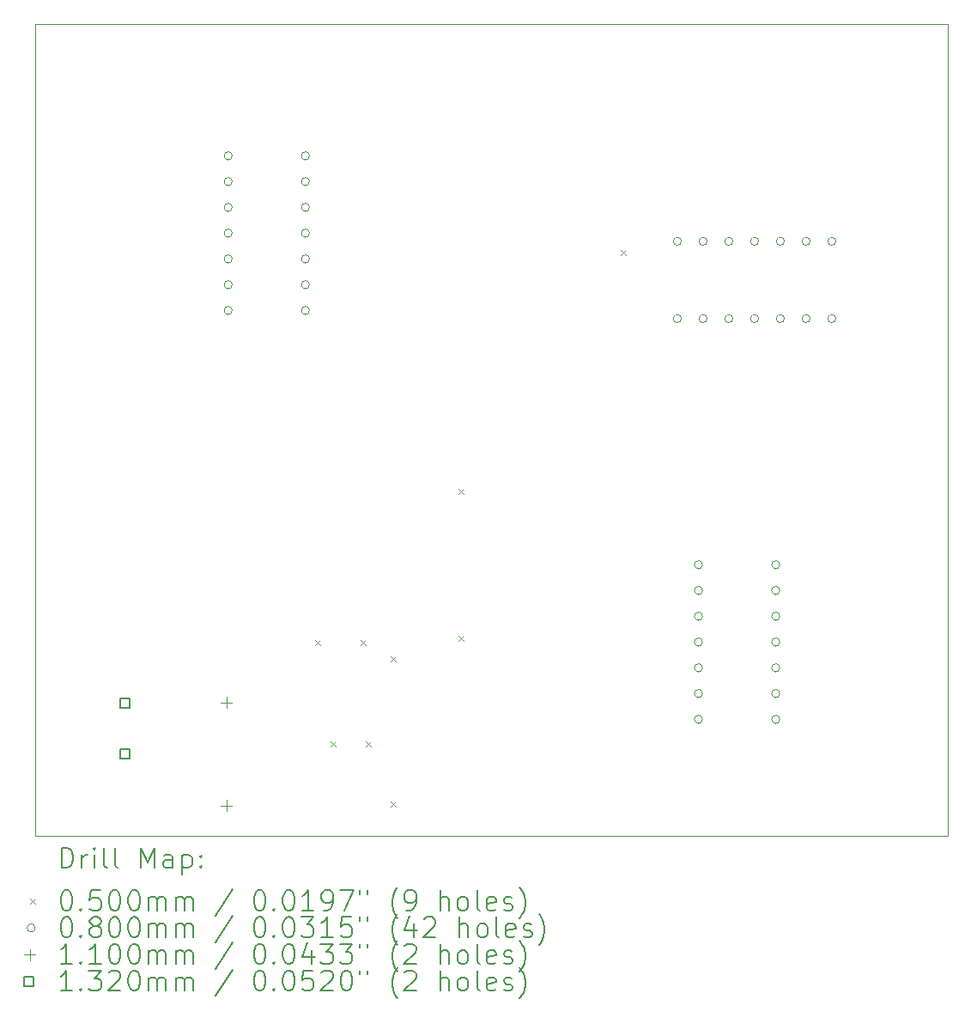
<source format=gbr>
%TF.GenerationSoftware,KiCad,Pcbnew,8.0.5*%
%TF.CreationDate,2024-11-03T20:31:20-06:00*%
%TF.ProjectId,KiCAD_Custom_DRC_Rules_for_PCBWay,4b694341-445f-4437-9573-746f6d5f4452,rev?*%
%TF.SameCoordinates,Original*%
%TF.FileFunction,Drillmap*%
%TF.FilePolarity,Positive*%
%FSLAX45Y45*%
G04 Gerber Fmt 4.5, Leading zero omitted, Abs format (unit mm)*
G04 Created by KiCad (PCBNEW 8.0.5) date 2024-11-03 20:31:20*
%MOMM*%
%LPD*%
G01*
G04 APERTURE LIST*
%ADD10C,0.050000*%
%ADD11C,0.200000*%
%ADD12C,0.100000*%
%ADD13C,0.110000*%
%ADD14C,0.132000*%
G04 APERTURE END LIST*
D10*
X4850000Y-4700000D02*
X13850000Y-4700000D01*
X13850000Y-12700000D01*
X4850000Y-12700000D01*
X4850000Y-4700000D01*
D11*
D12*
X7606500Y-10767000D02*
X7656500Y-10817000D01*
X7656500Y-10767000D02*
X7606500Y-10817000D01*
X7756500Y-11767000D02*
X7806500Y-11817000D01*
X7806500Y-11767000D02*
X7756500Y-11817000D01*
X8056500Y-10767000D02*
X8106500Y-10817000D01*
X8106500Y-10767000D02*
X8056500Y-10817000D01*
X8106500Y-11767000D02*
X8156500Y-11817000D01*
X8156500Y-11767000D02*
X8106500Y-11817000D01*
X8356500Y-10926500D02*
X8406500Y-10976500D01*
X8406500Y-10926500D02*
X8356500Y-10976500D01*
X8356500Y-12358250D02*
X8406500Y-12408250D01*
X8406500Y-12358250D02*
X8356500Y-12408250D01*
X9025000Y-9275000D02*
X9075000Y-9325000D01*
X9075000Y-9275000D02*
X9025000Y-9325000D01*
X9025000Y-10725000D02*
X9075000Y-10775000D01*
X9075000Y-10725000D02*
X9025000Y-10775000D01*
X10625000Y-6925000D02*
X10675000Y-6975000D01*
X10675000Y-6925000D02*
X10625000Y-6975000D01*
X6790000Y-5996000D02*
G75*
G02*
X6710000Y-5996000I-40000J0D01*
G01*
X6710000Y-5996000D02*
G75*
G02*
X6790000Y-5996000I40000J0D01*
G01*
X6790000Y-6250000D02*
G75*
G02*
X6710000Y-6250000I-40000J0D01*
G01*
X6710000Y-6250000D02*
G75*
G02*
X6790000Y-6250000I40000J0D01*
G01*
X6790000Y-6504000D02*
G75*
G02*
X6710000Y-6504000I-40000J0D01*
G01*
X6710000Y-6504000D02*
G75*
G02*
X6790000Y-6504000I40000J0D01*
G01*
X6790000Y-6758000D02*
G75*
G02*
X6710000Y-6758000I-40000J0D01*
G01*
X6710000Y-6758000D02*
G75*
G02*
X6790000Y-6758000I40000J0D01*
G01*
X6790000Y-7012000D02*
G75*
G02*
X6710000Y-7012000I-40000J0D01*
G01*
X6710000Y-7012000D02*
G75*
G02*
X6790000Y-7012000I40000J0D01*
G01*
X6790000Y-7266000D02*
G75*
G02*
X6710000Y-7266000I-40000J0D01*
G01*
X6710000Y-7266000D02*
G75*
G02*
X6790000Y-7266000I40000J0D01*
G01*
X6790000Y-7520000D02*
G75*
G02*
X6710000Y-7520000I-40000J0D01*
G01*
X6710000Y-7520000D02*
G75*
G02*
X6790000Y-7520000I40000J0D01*
G01*
X7552000Y-5996000D02*
G75*
G02*
X7472000Y-5996000I-40000J0D01*
G01*
X7472000Y-5996000D02*
G75*
G02*
X7552000Y-5996000I40000J0D01*
G01*
X7552000Y-6250000D02*
G75*
G02*
X7472000Y-6250000I-40000J0D01*
G01*
X7472000Y-6250000D02*
G75*
G02*
X7552000Y-6250000I40000J0D01*
G01*
X7552000Y-6504000D02*
G75*
G02*
X7472000Y-6504000I-40000J0D01*
G01*
X7472000Y-6504000D02*
G75*
G02*
X7552000Y-6504000I40000J0D01*
G01*
X7552000Y-6758000D02*
G75*
G02*
X7472000Y-6758000I-40000J0D01*
G01*
X7472000Y-6758000D02*
G75*
G02*
X7552000Y-6758000I40000J0D01*
G01*
X7552000Y-7012000D02*
G75*
G02*
X7472000Y-7012000I-40000J0D01*
G01*
X7472000Y-7012000D02*
G75*
G02*
X7552000Y-7012000I40000J0D01*
G01*
X7552000Y-7266000D02*
G75*
G02*
X7472000Y-7266000I-40000J0D01*
G01*
X7472000Y-7266000D02*
G75*
G02*
X7552000Y-7266000I40000J0D01*
G01*
X7552000Y-7520000D02*
G75*
G02*
X7472000Y-7520000I-40000J0D01*
G01*
X7472000Y-7520000D02*
G75*
G02*
X7552000Y-7520000I40000J0D01*
G01*
X11220000Y-6838000D02*
G75*
G02*
X11140000Y-6838000I-40000J0D01*
G01*
X11140000Y-6838000D02*
G75*
G02*
X11220000Y-6838000I40000J0D01*
G01*
X11220000Y-7600000D02*
G75*
G02*
X11140000Y-7600000I-40000J0D01*
G01*
X11140000Y-7600000D02*
G75*
G02*
X11220000Y-7600000I40000J0D01*
G01*
X11428000Y-10026000D02*
G75*
G02*
X11348000Y-10026000I-40000J0D01*
G01*
X11348000Y-10026000D02*
G75*
G02*
X11428000Y-10026000I40000J0D01*
G01*
X11428000Y-10280000D02*
G75*
G02*
X11348000Y-10280000I-40000J0D01*
G01*
X11348000Y-10280000D02*
G75*
G02*
X11428000Y-10280000I40000J0D01*
G01*
X11428000Y-10534000D02*
G75*
G02*
X11348000Y-10534000I-40000J0D01*
G01*
X11348000Y-10534000D02*
G75*
G02*
X11428000Y-10534000I40000J0D01*
G01*
X11428000Y-10788000D02*
G75*
G02*
X11348000Y-10788000I-40000J0D01*
G01*
X11348000Y-10788000D02*
G75*
G02*
X11428000Y-10788000I40000J0D01*
G01*
X11428000Y-11042000D02*
G75*
G02*
X11348000Y-11042000I-40000J0D01*
G01*
X11348000Y-11042000D02*
G75*
G02*
X11428000Y-11042000I40000J0D01*
G01*
X11428000Y-11296000D02*
G75*
G02*
X11348000Y-11296000I-40000J0D01*
G01*
X11348000Y-11296000D02*
G75*
G02*
X11428000Y-11296000I40000J0D01*
G01*
X11428000Y-11550000D02*
G75*
G02*
X11348000Y-11550000I-40000J0D01*
G01*
X11348000Y-11550000D02*
G75*
G02*
X11428000Y-11550000I40000J0D01*
G01*
X11474000Y-6838000D02*
G75*
G02*
X11394000Y-6838000I-40000J0D01*
G01*
X11394000Y-6838000D02*
G75*
G02*
X11474000Y-6838000I40000J0D01*
G01*
X11474000Y-7600000D02*
G75*
G02*
X11394000Y-7600000I-40000J0D01*
G01*
X11394000Y-7600000D02*
G75*
G02*
X11474000Y-7600000I40000J0D01*
G01*
X11728000Y-6838000D02*
G75*
G02*
X11648000Y-6838000I-40000J0D01*
G01*
X11648000Y-6838000D02*
G75*
G02*
X11728000Y-6838000I40000J0D01*
G01*
X11728000Y-7600000D02*
G75*
G02*
X11648000Y-7600000I-40000J0D01*
G01*
X11648000Y-7600000D02*
G75*
G02*
X11728000Y-7600000I40000J0D01*
G01*
X11982000Y-6838000D02*
G75*
G02*
X11902000Y-6838000I-40000J0D01*
G01*
X11902000Y-6838000D02*
G75*
G02*
X11982000Y-6838000I40000J0D01*
G01*
X11982000Y-7600000D02*
G75*
G02*
X11902000Y-7600000I-40000J0D01*
G01*
X11902000Y-7600000D02*
G75*
G02*
X11982000Y-7600000I40000J0D01*
G01*
X12190000Y-10026000D02*
G75*
G02*
X12110000Y-10026000I-40000J0D01*
G01*
X12110000Y-10026000D02*
G75*
G02*
X12190000Y-10026000I40000J0D01*
G01*
X12190000Y-10280000D02*
G75*
G02*
X12110000Y-10280000I-40000J0D01*
G01*
X12110000Y-10280000D02*
G75*
G02*
X12190000Y-10280000I40000J0D01*
G01*
X12190000Y-10534000D02*
G75*
G02*
X12110000Y-10534000I-40000J0D01*
G01*
X12110000Y-10534000D02*
G75*
G02*
X12190000Y-10534000I40000J0D01*
G01*
X12190000Y-10788000D02*
G75*
G02*
X12110000Y-10788000I-40000J0D01*
G01*
X12110000Y-10788000D02*
G75*
G02*
X12190000Y-10788000I40000J0D01*
G01*
X12190000Y-11042000D02*
G75*
G02*
X12110000Y-11042000I-40000J0D01*
G01*
X12110000Y-11042000D02*
G75*
G02*
X12190000Y-11042000I40000J0D01*
G01*
X12190000Y-11296000D02*
G75*
G02*
X12110000Y-11296000I-40000J0D01*
G01*
X12110000Y-11296000D02*
G75*
G02*
X12190000Y-11296000I40000J0D01*
G01*
X12190000Y-11550000D02*
G75*
G02*
X12110000Y-11550000I-40000J0D01*
G01*
X12110000Y-11550000D02*
G75*
G02*
X12190000Y-11550000I40000J0D01*
G01*
X12236000Y-6838000D02*
G75*
G02*
X12156000Y-6838000I-40000J0D01*
G01*
X12156000Y-6838000D02*
G75*
G02*
X12236000Y-6838000I40000J0D01*
G01*
X12236000Y-7600000D02*
G75*
G02*
X12156000Y-7600000I-40000J0D01*
G01*
X12156000Y-7600000D02*
G75*
G02*
X12236000Y-7600000I40000J0D01*
G01*
X12490000Y-6838000D02*
G75*
G02*
X12410000Y-6838000I-40000J0D01*
G01*
X12410000Y-6838000D02*
G75*
G02*
X12490000Y-6838000I40000J0D01*
G01*
X12490000Y-7600000D02*
G75*
G02*
X12410000Y-7600000I-40000J0D01*
G01*
X12410000Y-7600000D02*
G75*
G02*
X12490000Y-7600000I40000J0D01*
G01*
X12744000Y-6838000D02*
G75*
G02*
X12664000Y-6838000I-40000J0D01*
G01*
X12664000Y-6838000D02*
G75*
G02*
X12744000Y-6838000I40000J0D01*
G01*
X12744000Y-7600000D02*
G75*
G02*
X12664000Y-7600000I-40000J0D01*
G01*
X12664000Y-7600000D02*
G75*
G02*
X12744000Y-7600000I40000J0D01*
G01*
D13*
X6731500Y-11329000D02*
X6731500Y-11439000D01*
X6676500Y-11384000D02*
X6786500Y-11384000D01*
X6731500Y-12345000D02*
X6731500Y-12455000D01*
X6676500Y-12400000D02*
X6786500Y-12400000D01*
D14*
X5778169Y-11438669D02*
X5778169Y-11345330D01*
X5684830Y-11345330D01*
X5684830Y-11438669D01*
X5778169Y-11438669D01*
X5778169Y-11938669D02*
X5778169Y-11845330D01*
X5684830Y-11845330D01*
X5684830Y-11938669D01*
X5778169Y-11938669D01*
D11*
X5108277Y-13013984D02*
X5108277Y-12813984D01*
X5108277Y-12813984D02*
X5155896Y-12813984D01*
X5155896Y-12813984D02*
X5184467Y-12823508D01*
X5184467Y-12823508D02*
X5203515Y-12842555D01*
X5203515Y-12842555D02*
X5213039Y-12861603D01*
X5213039Y-12861603D02*
X5222563Y-12899698D01*
X5222563Y-12899698D02*
X5222563Y-12928269D01*
X5222563Y-12928269D02*
X5213039Y-12966365D01*
X5213039Y-12966365D02*
X5203515Y-12985412D01*
X5203515Y-12985412D02*
X5184467Y-13004460D01*
X5184467Y-13004460D02*
X5155896Y-13013984D01*
X5155896Y-13013984D02*
X5108277Y-13013984D01*
X5308277Y-13013984D02*
X5308277Y-12880650D01*
X5308277Y-12918746D02*
X5317801Y-12899698D01*
X5317801Y-12899698D02*
X5327324Y-12890174D01*
X5327324Y-12890174D02*
X5346372Y-12880650D01*
X5346372Y-12880650D02*
X5365420Y-12880650D01*
X5432086Y-13013984D02*
X5432086Y-12880650D01*
X5432086Y-12813984D02*
X5422563Y-12823508D01*
X5422563Y-12823508D02*
X5432086Y-12833031D01*
X5432086Y-12833031D02*
X5441610Y-12823508D01*
X5441610Y-12823508D02*
X5432086Y-12813984D01*
X5432086Y-12813984D02*
X5432086Y-12833031D01*
X5555896Y-13013984D02*
X5536848Y-13004460D01*
X5536848Y-13004460D02*
X5527324Y-12985412D01*
X5527324Y-12985412D02*
X5527324Y-12813984D01*
X5660658Y-13013984D02*
X5641610Y-13004460D01*
X5641610Y-13004460D02*
X5632086Y-12985412D01*
X5632086Y-12985412D02*
X5632086Y-12813984D01*
X5889229Y-13013984D02*
X5889229Y-12813984D01*
X5889229Y-12813984D02*
X5955896Y-12956841D01*
X5955896Y-12956841D02*
X6022562Y-12813984D01*
X6022562Y-12813984D02*
X6022562Y-13013984D01*
X6203515Y-13013984D02*
X6203515Y-12909222D01*
X6203515Y-12909222D02*
X6193991Y-12890174D01*
X6193991Y-12890174D02*
X6174943Y-12880650D01*
X6174943Y-12880650D02*
X6136848Y-12880650D01*
X6136848Y-12880650D02*
X6117801Y-12890174D01*
X6203515Y-13004460D02*
X6184467Y-13013984D01*
X6184467Y-13013984D02*
X6136848Y-13013984D01*
X6136848Y-13013984D02*
X6117801Y-13004460D01*
X6117801Y-13004460D02*
X6108277Y-12985412D01*
X6108277Y-12985412D02*
X6108277Y-12966365D01*
X6108277Y-12966365D02*
X6117801Y-12947317D01*
X6117801Y-12947317D02*
X6136848Y-12937793D01*
X6136848Y-12937793D02*
X6184467Y-12937793D01*
X6184467Y-12937793D02*
X6203515Y-12928269D01*
X6298753Y-12880650D02*
X6298753Y-13080650D01*
X6298753Y-12890174D02*
X6317801Y-12880650D01*
X6317801Y-12880650D02*
X6355896Y-12880650D01*
X6355896Y-12880650D02*
X6374943Y-12890174D01*
X6374943Y-12890174D02*
X6384467Y-12899698D01*
X6384467Y-12899698D02*
X6393991Y-12918746D01*
X6393991Y-12918746D02*
X6393991Y-12975888D01*
X6393991Y-12975888D02*
X6384467Y-12994936D01*
X6384467Y-12994936D02*
X6374943Y-13004460D01*
X6374943Y-13004460D02*
X6355896Y-13013984D01*
X6355896Y-13013984D02*
X6317801Y-13013984D01*
X6317801Y-13013984D02*
X6298753Y-13004460D01*
X6479705Y-12994936D02*
X6489229Y-13004460D01*
X6489229Y-13004460D02*
X6479705Y-13013984D01*
X6479705Y-13013984D02*
X6470182Y-13004460D01*
X6470182Y-13004460D02*
X6479705Y-12994936D01*
X6479705Y-12994936D02*
X6479705Y-13013984D01*
X6479705Y-12890174D02*
X6489229Y-12899698D01*
X6489229Y-12899698D02*
X6479705Y-12909222D01*
X6479705Y-12909222D02*
X6470182Y-12899698D01*
X6470182Y-12899698D02*
X6479705Y-12890174D01*
X6479705Y-12890174D02*
X6479705Y-12909222D01*
D12*
X4797500Y-13317500D02*
X4847500Y-13367500D01*
X4847500Y-13317500D02*
X4797500Y-13367500D01*
D11*
X5146372Y-13233984D02*
X5165420Y-13233984D01*
X5165420Y-13233984D02*
X5184467Y-13243508D01*
X5184467Y-13243508D02*
X5193991Y-13253031D01*
X5193991Y-13253031D02*
X5203515Y-13272079D01*
X5203515Y-13272079D02*
X5213039Y-13310174D01*
X5213039Y-13310174D02*
X5213039Y-13357793D01*
X5213039Y-13357793D02*
X5203515Y-13395888D01*
X5203515Y-13395888D02*
X5193991Y-13414936D01*
X5193991Y-13414936D02*
X5184467Y-13424460D01*
X5184467Y-13424460D02*
X5165420Y-13433984D01*
X5165420Y-13433984D02*
X5146372Y-13433984D01*
X5146372Y-13433984D02*
X5127324Y-13424460D01*
X5127324Y-13424460D02*
X5117801Y-13414936D01*
X5117801Y-13414936D02*
X5108277Y-13395888D01*
X5108277Y-13395888D02*
X5098753Y-13357793D01*
X5098753Y-13357793D02*
X5098753Y-13310174D01*
X5098753Y-13310174D02*
X5108277Y-13272079D01*
X5108277Y-13272079D02*
X5117801Y-13253031D01*
X5117801Y-13253031D02*
X5127324Y-13243508D01*
X5127324Y-13243508D02*
X5146372Y-13233984D01*
X5298753Y-13414936D02*
X5308277Y-13424460D01*
X5308277Y-13424460D02*
X5298753Y-13433984D01*
X5298753Y-13433984D02*
X5289229Y-13424460D01*
X5289229Y-13424460D02*
X5298753Y-13414936D01*
X5298753Y-13414936D02*
X5298753Y-13433984D01*
X5489229Y-13233984D02*
X5393991Y-13233984D01*
X5393991Y-13233984D02*
X5384467Y-13329222D01*
X5384467Y-13329222D02*
X5393991Y-13319698D01*
X5393991Y-13319698D02*
X5413039Y-13310174D01*
X5413039Y-13310174D02*
X5460658Y-13310174D01*
X5460658Y-13310174D02*
X5479705Y-13319698D01*
X5479705Y-13319698D02*
X5489229Y-13329222D01*
X5489229Y-13329222D02*
X5498753Y-13348269D01*
X5498753Y-13348269D02*
X5498753Y-13395888D01*
X5498753Y-13395888D02*
X5489229Y-13414936D01*
X5489229Y-13414936D02*
X5479705Y-13424460D01*
X5479705Y-13424460D02*
X5460658Y-13433984D01*
X5460658Y-13433984D02*
X5413039Y-13433984D01*
X5413039Y-13433984D02*
X5393991Y-13424460D01*
X5393991Y-13424460D02*
X5384467Y-13414936D01*
X5622562Y-13233984D02*
X5641610Y-13233984D01*
X5641610Y-13233984D02*
X5660658Y-13243508D01*
X5660658Y-13243508D02*
X5670182Y-13253031D01*
X5670182Y-13253031D02*
X5679705Y-13272079D01*
X5679705Y-13272079D02*
X5689229Y-13310174D01*
X5689229Y-13310174D02*
X5689229Y-13357793D01*
X5689229Y-13357793D02*
X5679705Y-13395888D01*
X5679705Y-13395888D02*
X5670182Y-13414936D01*
X5670182Y-13414936D02*
X5660658Y-13424460D01*
X5660658Y-13424460D02*
X5641610Y-13433984D01*
X5641610Y-13433984D02*
X5622562Y-13433984D01*
X5622562Y-13433984D02*
X5603515Y-13424460D01*
X5603515Y-13424460D02*
X5593991Y-13414936D01*
X5593991Y-13414936D02*
X5584467Y-13395888D01*
X5584467Y-13395888D02*
X5574944Y-13357793D01*
X5574944Y-13357793D02*
X5574944Y-13310174D01*
X5574944Y-13310174D02*
X5584467Y-13272079D01*
X5584467Y-13272079D02*
X5593991Y-13253031D01*
X5593991Y-13253031D02*
X5603515Y-13243508D01*
X5603515Y-13243508D02*
X5622562Y-13233984D01*
X5813039Y-13233984D02*
X5832086Y-13233984D01*
X5832086Y-13233984D02*
X5851134Y-13243508D01*
X5851134Y-13243508D02*
X5860658Y-13253031D01*
X5860658Y-13253031D02*
X5870182Y-13272079D01*
X5870182Y-13272079D02*
X5879705Y-13310174D01*
X5879705Y-13310174D02*
X5879705Y-13357793D01*
X5879705Y-13357793D02*
X5870182Y-13395888D01*
X5870182Y-13395888D02*
X5860658Y-13414936D01*
X5860658Y-13414936D02*
X5851134Y-13424460D01*
X5851134Y-13424460D02*
X5832086Y-13433984D01*
X5832086Y-13433984D02*
X5813039Y-13433984D01*
X5813039Y-13433984D02*
X5793991Y-13424460D01*
X5793991Y-13424460D02*
X5784467Y-13414936D01*
X5784467Y-13414936D02*
X5774943Y-13395888D01*
X5774943Y-13395888D02*
X5765420Y-13357793D01*
X5765420Y-13357793D02*
X5765420Y-13310174D01*
X5765420Y-13310174D02*
X5774943Y-13272079D01*
X5774943Y-13272079D02*
X5784467Y-13253031D01*
X5784467Y-13253031D02*
X5793991Y-13243508D01*
X5793991Y-13243508D02*
X5813039Y-13233984D01*
X5965420Y-13433984D02*
X5965420Y-13300650D01*
X5965420Y-13319698D02*
X5974943Y-13310174D01*
X5974943Y-13310174D02*
X5993991Y-13300650D01*
X5993991Y-13300650D02*
X6022563Y-13300650D01*
X6022563Y-13300650D02*
X6041610Y-13310174D01*
X6041610Y-13310174D02*
X6051134Y-13329222D01*
X6051134Y-13329222D02*
X6051134Y-13433984D01*
X6051134Y-13329222D02*
X6060658Y-13310174D01*
X6060658Y-13310174D02*
X6079705Y-13300650D01*
X6079705Y-13300650D02*
X6108277Y-13300650D01*
X6108277Y-13300650D02*
X6127324Y-13310174D01*
X6127324Y-13310174D02*
X6136848Y-13329222D01*
X6136848Y-13329222D02*
X6136848Y-13433984D01*
X6232086Y-13433984D02*
X6232086Y-13300650D01*
X6232086Y-13319698D02*
X6241610Y-13310174D01*
X6241610Y-13310174D02*
X6260658Y-13300650D01*
X6260658Y-13300650D02*
X6289229Y-13300650D01*
X6289229Y-13300650D02*
X6308277Y-13310174D01*
X6308277Y-13310174D02*
X6317801Y-13329222D01*
X6317801Y-13329222D02*
X6317801Y-13433984D01*
X6317801Y-13329222D02*
X6327324Y-13310174D01*
X6327324Y-13310174D02*
X6346372Y-13300650D01*
X6346372Y-13300650D02*
X6374943Y-13300650D01*
X6374943Y-13300650D02*
X6393991Y-13310174D01*
X6393991Y-13310174D02*
X6403515Y-13329222D01*
X6403515Y-13329222D02*
X6403515Y-13433984D01*
X6793991Y-13224460D02*
X6622563Y-13481603D01*
X7051134Y-13233984D02*
X7070182Y-13233984D01*
X7070182Y-13233984D02*
X7089229Y-13243508D01*
X7089229Y-13243508D02*
X7098753Y-13253031D01*
X7098753Y-13253031D02*
X7108277Y-13272079D01*
X7108277Y-13272079D02*
X7117801Y-13310174D01*
X7117801Y-13310174D02*
X7117801Y-13357793D01*
X7117801Y-13357793D02*
X7108277Y-13395888D01*
X7108277Y-13395888D02*
X7098753Y-13414936D01*
X7098753Y-13414936D02*
X7089229Y-13424460D01*
X7089229Y-13424460D02*
X7070182Y-13433984D01*
X7070182Y-13433984D02*
X7051134Y-13433984D01*
X7051134Y-13433984D02*
X7032086Y-13424460D01*
X7032086Y-13424460D02*
X7022563Y-13414936D01*
X7022563Y-13414936D02*
X7013039Y-13395888D01*
X7013039Y-13395888D02*
X7003515Y-13357793D01*
X7003515Y-13357793D02*
X7003515Y-13310174D01*
X7003515Y-13310174D02*
X7013039Y-13272079D01*
X7013039Y-13272079D02*
X7022563Y-13253031D01*
X7022563Y-13253031D02*
X7032086Y-13243508D01*
X7032086Y-13243508D02*
X7051134Y-13233984D01*
X7203515Y-13414936D02*
X7213039Y-13424460D01*
X7213039Y-13424460D02*
X7203515Y-13433984D01*
X7203515Y-13433984D02*
X7193991Y-13424460D01*
X7193991Y-13424460D02*
X7203515Y-13414936D01*
X7203515Y-13414936D02*
X7203515Y-13433984D01*
X7336848Y-13233984D02*
X7355896Y-13233984D01*
X7355896Y-13233984D02*
X7374944Y-13243508D01*
X7374944Y-13243508D02*
X7384467Y-13253031D01*
X7384467Y-13253031D02*
X7393991Y-13272079D01*
X7393991Y-13272079D02*
X7403515Y-13310174D01*
X7403515Y-13310174D02*
X7403515Y-13357793D01*
X7403515Y-13357793D02*
X7393991Y-13395888D01*
X7393991Y-13395888D02*
X7384467Y-13414936D01*
X7384467Y-13414936D02*
X7374944Y-13424460D01*
X7374944Y-13424460D02*
X7355896Y-13433984D01*
X7355896Y-13433984D02*
X7336848Y-13433984D01*
X7336848Y-13433984D02*
X7317801Y-13424460D01*
X7317801Y-13424460D02*
X7308277Y-13414936D01*
X7308277Y-13414936D02*
X7298753Y-13395888D01*
X7298753Y-13395888D02*
X7289229Y-13357793D01*
X7289229Y-13357793D02*
X7289229Y-13310174D01*
X7289229Y-13310174D02*
X7298753Y-13272079D01*
X7298753Y-13272079D02*
X7308277Y-13253031D01*
X7308277Y-13253031D02*
X7317801Y-13243508D01*
X7317801Y-13243508D02*
X7336848Y-13233984D01*
X7593991Y-13433984D02*
X7479706Y-13433984D01*
X7536848Y-13433984D02*
X7536848Y-13233984D01*
X7536848Y-13233984D02*
X7517801Y-13262555D01*
X7517801Y-13262555D02*
X7498753Y-13281603D01*
X7498753Y-13281603D02*
X7479706Y-13291127D01*
X7689229Y-13433984D02*
X7727325Y-13433984D01*
X7727325Y-13433984D02*
X7746372Y-13424460D01*
X7746372Y-13424460D02*
X7755896Y-13414936D01*
X7755896Y-13414936D02*
X7774944Y-13386365D01*
X7774944Y-13386365D02*
X7784467Y-13348269D01*
X7784467Y-13348269D02*
X7784467Y-13272079D01*
X7784467Y-13272079D02*
X7774944Y-13253031D01*
X7774944Y-13253031D02*
X7765420Y-13243508D01*
X7765420Y-13243508D02*
X7746372Y-13233984D01*
X7746372Y-13233984D02*
X7708277Y-13233984D01*
X7708277Y-13233984D02*
X7689229Y-13243508D01*
X7689229Y-13243508D02*
X7679706Y-13253031D01*
X7679706Y-13253031D02*
X7670182Y-13272079D01*
X7670182Y-13272079D02*
X7670182Y-13319698D01*
X7670182Y-13319698D02*
X7679706Y-13338746D01*
X7679706Y-13338746D02*
X7689229Y-13348269D01*
X7689229Y-13348269D02*
X7708277Y-13357793D01*
X7708277Y-13357793D02*
X7746372Y-13357793D01*
X7746372Y-13357793D02*
X7765420Y-13348269D01*
X7765420Y-13348269D02*
X7774944Y-13338746D01*
X7774944Y-13338746D02*
X7784467Y-13319698D01*
X7851134Y-13233984D02*
X7984467Y-13233984D01*
X7984467Y-13233984D02*
X7898753Y-13433984D01*
X8051134Y-13233984D02*
X8051134Y-13272079D01*
X8127325Y-13233984D02*
X8127325Y-13272079D01*
X8422563Y-13510174D02*
X8413039Y-13500650D01*
X8413039Y-13500650D02*
X8393991Y-13472079D01*
X8393991Y-13472079D02*
X8384468Y-13453031D01*
X8384468Y-13453031D02*
X8374944Y-13424460D01*
X8374944Y-13424460D02*
X8365420Y-13376841D01*
X8365420Y-13376841D02*
X8365420Y-13338746D01*
X8365420Y-13338746D02*
X8374944Y-13291127D01*
X8374944Y-13291127D02*
X8384468Y-13262555D01*
X8384468Y-13262555D02*
X8393991Y-13243508D01*
X8393991Y-13243508D02*
X8413039Y-13214936D01*
X8413039Y-13214936D02*
X8422563Y-13205412D01*
X8508277Y-13433984D02*
X8546372Y-13433984D01*
X8546372Y-13433984D02*
X8565420Y-13424460D01*
X8565420Y-13424460D02*
X8574944Y-13414936D01*
X8574944Y-13414936D02*
X8593991Y-13386365D01*
X8593991Y-13386365D02*
X8603515Y-13348269D01*
X8603515Y-13348269D02*
X8603515Y-13272079D01*
X8603515Y-13272079D02*
X8593991Y-13253031D01*
X8593991Y-13253031D02*
X8584468Y-13243508D01*
X8584468Y-13243508D02*
X8565420Y-13233984D01*
X8565420Y-13233984D02*
X8527325Y-13233984D01*
X8527325Y-13233984D02*
X8508277Y-13243508D01*
X8508277Y-13243508D02*
X8498753Y-13253031D01*
X8498753Y-13253031D02*
X8489230Y-13272079D01*
X8489230Y-13272079D02*
X8489230Y-13319698D01*
X8489230Y-13319698D02*
X8498753Y-13338746D01*
X8498753Y-13338746D02*
X8508277Y-13348269D01*
X8508277Y-13348269D02*
X8527325Y-13357793D01*
X8527325Y-13357793D02*
X8565420Y-13357793D01*
X8565420Y-13357793D02*
X8584468Y-13348269D01*
X8584468Y-13348269D02*
X8593991Y-13338746D01*
X8593991Y-13338746D02*
X8603515Y-13319698D01*
X8841611Y-13433984D02*
X8841611Y-13233984D01*
X8927325Y-13433984D02*
X8927325Y-13329222D01*
X8927325Y-13329222D02*
X8917801Y-13310174D01*
X8917801Y-13310174D02*
X8898753Y-13300650D01*
X8898753Y-13300650D02*
X8870182Y-13300650D01*
X8870182Y-13300650D02*
X8851134Y-13310174D01*
X8851134Y-13310174D02*
X8841611Y-13319698D01*
X9051134Y-13433984D02*
X9032087Y-13424460D01*
X9032087Y-13424460D02*
X9022563Y-13414936D01*
X9022563Y-13414936D02*
X9013039Y-13395888D01*
X9013039Y-13395888D02*
X9013039Y-13338746D01*
X9013039Y-13338746D02*
X9022563Y-13319698D01*
X9022563Y-13319698D02*
X9032087Y-13310174D01*
X9032087Y-13310174D02*
X9051134Y-13300650D01*
X9051134Y-13300650D02*
X9079706Y-13300650D01*
X9079706Y-13300650D02*
X9098753Y-13310174D01*
X9098753Y-13310174D02*
X9108277Y-13319698D01*
X9108277Y-13319698D02*
X9117801Y-13338746D01*
X9117801Y-13338746D02*
X9117801Y-13395888D01*
X9117801Y-13395888D02*
X9108277Y-13414936D01*
X9108277Y-13414936D02*
X9098753Y-13424460D01*
X9098753Y-13424460D02*
X9079706Y-13433984D01*
X9079706Y-13433984D02*
X9051134Y-13433984D01*
X9232087Y-13433984D02*
X9213039Y-13424460D01*
X9213039Y-13424460D02*
X9203515Y-13405412D01*
X9203515Y-13405412D02*
X9203515Y-13233984D01*
X9384468Y-13424460D02*
X9365420Y-13433984D01*
X9365420Y-13433984D02*
X9327325Y-13433984D01*
X9327325Y-13433984D02*
X9308277Y-13424460D01*
X9308277Y-13424460D02*
X9298753Y-13405412D01*
X9298753Y-13405412D02*
X9298753Y-13329222D01*
X9298753Y-13329222D02*
X9308277Y-13310174D01*
X9308277Y-13310174D02*
X9327325Y-13300650D01*
X9327325Y-13300650D02*
X9365420Y-13300650D01*
X9365420Y-13300650D02*
X9384468Y-13310174D01*
X9384468Y-13310174D02*
X9393992Y-13329222D01*
X9393992Y-13329222D02*
X9393992Y-13348269D01*
X9393992Y-13348269D02*
X9298753Y-13367317D01*
X9470182Y-13424460D02*
X9489230Y-13433984D01*
X9489230Y-13433984D02*
X9527325Y-13433984D01*
X9527325Y-13433984D02*
X9546373Y-13424460D01*
X9546373Y-13424460D02*
X9555896Y-13405412D01*
X9555896Y-13405412D02*
X9555896Y-13395888D01*
X9555896Y-13395888D02*
X9546373Y-13376841D01*
X9546373Y-13376841D02*
X9527325Y-13367317D01*
X9527325Y-13367317D02*
X9498753Y-13367317D01*
X9498753Y-13367317D02*
X9479706Y-13357793D01*
X9479706Y-13357793D02*
X9470182Y-13338746D01*
X9470182Y-13338746D02*
X9470182Y-13329222D01*
X9470182Y-13329222D02*
X9479706Y-13310174D01*
X9479706Y-13310174D02*
X9498753Y-13300650D01*
X9498753Y-13300650D02*
X9527325Y-13300650D01*
X9527325Y-13300650D02*
X9546373Y-13310174D01*
X9622563Y-13510174D02*
X9632087Y-13500650D01*
X9632087Y-13500650D02*
X9651134Y-13472079D01*
X9651134Y-13472079D02*
X9660658Y-13453031D01*
X9660658Y-13453031D02*
X9670182Y-13424460D01*
X9670182Y-13424460D02*
X9679706Y-13376841D01*
X9679706Y-13376841D02*
X9679706Y-13338746D01*
X9679706Y-13338746D02*
X9670182Y-13291127D01*
X9670182Y-13291127D02*
X9660658Y-13262555D01*
X9660658Y-13262555D02*
X9651134Y-13243508D01*
X9651134Y-13243508D02*
X9632087Y-13214936D01*
X9632087Y-13214936D02*
X9622563Y-13205412D01*
D12*
X4847500Y-13606500D02*
G75*
G02*
X4767500Y-13606500I-40000J0D01*
G01*
X4767500Y-13606500D02*
G75*
G02*
X4847500Y-13606500I40000J0D01*
G01*
D11*
X5146372Y-13497984D02*
X5165420Y-13497984D01*
X5165420Y-13497984D02*
X5184467Y-13507508D01*
X5184467Y-13507508D02*
X5193991Y-13517031D01*
X5193991Y-13517031D02*
X5203515Y-13536079D01*
X5203515Y-13536079D02*
X5213039Y-13574174D01*
X5213039Y-13574174D02*
X5213039Y-13621793D01*
X5213039Y-13621793D02*
X5203515Y-13659888D01*
X5203515Y-13659888D02*
X5193991Y-13678936D01*
X5193991Y-13678936D02*
X5184467Y-13688460D01*
X5184467Y-13688460D02*
X5165420Y-13697984D01*
X5165420Y-13697984D02*
X5146372Y-13697984D01*
X5146372Y-13697984D02*
X5127324Y-13688460D01*
X5127324Y-13688460D02*
X5117801Y-13678936D01*
X5117801Y-13678936D02*
X5108277Y-13659888D01*
X5108277Y-13659888D02*
X5098753Y-13621793D01*
X5098753Y-13621793D02*
X5098753Y-13574174D01*
X5098753Y-13574174D02*
X5108277Y-13536079D01*
X5108277Y-13536079D02*
X5117801Y-13517031D01*
X5117801Y-13517031D02*
X5127324Y-13507508D01*
X5127324Y-13507508D02*
X5146372Y-13497984D01*
X5298753Y-13678936D02*
X5308277Y-13688460D01*
X5308277Y-13688460D02*
X5298753Y-13697984D01*
X5298753Y-13697984D02*
X5289229Y-13688460D01*
X5289229Y-13688460D02*
X5298753Y-13678936D01*
X5298753Y-13678936D02*
X5298753Y-13697984D01*
X5422563Y-13583698D02*
X5403515Y-13574174D01*
X5403515Y-13574174D02*
X5393991Y-13564650D01*
X5393991Y-13564650D02*
X5384467Y-13545603D01*
X5384467Y-13545603D02*
X5384467Y-13536079D01*
X5384467Y-13536079D02*
X5393991Y-13517031D01*
X5393991Y-13517031D02*
X5403515Y-13507508D01*
X5403515Y-13507508D02*
X5422563Y-13497984D01*
X5422563Y-13497984D02*
X5460658Y-13497984D01*
X5460658Y-13497984D02*
X5479705Y-13507508D01*
X5479705Y-13507508D02*
X5489229Y-13517031D01*
X5489229Y-13517031D02*
X5498753Y-13536079D01*
X5498753Y-13536079D02*
X5498753Y-13545603D01*
X5498753Y-13545603D02*
X5489229Y-13564650D01*
X5489229Y-13564650D02*
X5479705Y-13574174D01*
X5479705Y-13574174D02*
X5460658Y-13583698D01*
X5460658Y-13583698D02*
X5422563Y-13583698D01*
X5422563Y-13583698D02*
X5403515Y-13593222D01*
X5403515Y-13593222D02*
X5393991Y-13602746D01*
X5393991Y-13602746D02*
X5384467Y-13621793D01*
X5384467Y-13621793D02*
X5384467Y-13659888D01*
X5384467Y-13659888D02*
X5393991Y-13678936D01*
X5393991Y-13678936D02*
X5403515Y-13688460D01*
X5403515Y-13688460D02*
X5422563Y-13697984D01*
X5422563Y-13697984D02*
X5460658Y-13697984D01*
X5460658Y-13697984D02*
X5479705Y-13688460D01*
X5479705Y-13688460D02*
X5489229Y-13678936D01*
X5489229Y-13678936D02*
X5498753Y-13659888D01*
X5498753Y-13659888D02*
X5498753Y-13621793D01*
X5498753Y-13621793D02*
X5489229Y-13602746D01*
X5489229Y-13602746D02*
X5479705Y-13593222D01*
X5479705Y-13593222D02*
X5460658Y-13583698D01*
X5622562Y-13497984D02*
X5641610Y-13497984D01*
X5641610Y-13497984D02*
X5660658Y-13507508D01*
X5660658Y-13507508D02*
X5670182Y-13517031D01*
X5670182Y-13517031D02*
X5679705Y-13536079D01*
X5679705Y-13536079D02*
X5689229Y-13574174D01*
X5689229Y-13574174D02*
X5689229Y-13621793D01*
X5689229Y-13621793D02*
X5679705Y-13659888D01*
X5679705Y-13659888D02*
X5670182Y-13678936D01*
X5670182Y-13678936D02*
X5660658Y-13688460D01*
X5660658Y-13688460D02*
X5641610Y-13697984D01*
X5641610Y-13697984D02*
X5622562Y-13697984D01*
X5622562Y-13697984D02*
X5603515Y-13688460D01*
X5603515Y-13688460D02*
X5593991Y-13678936D01*
X5593991Y-13678936D02*
X5584467Y-13659888D01*
X5584467Y-13659888D02*
X5574944Y-13621793D01*
X5574944Y-13621793D02*
X5574944Y-13574174D01*
X5574944Y-13574174D02*
X5584467Y-13536079D01*
X5584467Y-13536079D02*
X5593991Y-13517031D01*
X5593991Y-13517031D02*
X5603515Y-13507508D01*
X5603515Y-13507508D02*
X5622562Y-13497984D01*
X5813039Y-13497984D02*
X5832086Y-13497984D01*
X5832086Y-13497984D02*
X5851134Y-13507508D01*
X5851134Y-13507508D02*
X5860658Y-13517031D01*
X5860658Y-13517031D02*
X5870182Y-13536079D01*
X5870182Y-13536079D02*
X5879705Y-13574174D01*
X5879705Y-13574174D02*
X5879705Y-13621793D01*
X5879705Y-13621793D02*
X5870182Y-13659888D01*
X5870182Y-13659888D02*
X5860658Y-13678936D01*
X5860658Y-13678936D02*
X5851134Y-13688460D01*
X5851134Y-13688460D02*
X5832086Y-13697984D01*
X5832086Y-13697984D02*
X5813039Y-13697984D01*
X5813039Y-13697984D02*
X5793991Y-13688460D01*
X5793991Y-13688460D02*
X5784467Y-13678936D01*
X5784467Y-13678936D02*
X5774943Y-13659888D01*
X5774943Y-13659888D02*
X5765420Y-13621793D01*
X5765420Y-13621793D02*
X5765420Y-13574174D01*
X5765420Y-13574174D02*
X5774943Y-13536079D01*
X5774943Y-13536079D02*
X5784467Y-13517031D01*
X5784467Y-13517031D02*
X5793991Y-13507508D01*
X5793991Y-13507508D02*
X5813039Y-13497984D01*
X5965420Y-13697984D02*
X5965420Y-13564650D01*
X5965420Y-13583698D02*
X5974943Y-13574174D01*
X5974943Y-13574174D02*
X5993991Y-13564650D01*
X5993991Y-13564650D02*
X6022563Y-13564650D01*
X6022563Y-13564650D02*
X6041610Y-13574174D01*
X6041610Y-13574174D02*
X6051134Y-13593222D01*
X6051134Y-13593222D02*
X6051134Y-13697984D01*
X6051134Y-13593222D02*
X6060658Y-13574174D01*
X6060658Y-13574174D02*
X6079705Y-13564650D01*
X6079705Y-13564650D02*
X6108277Y-13564650D01*
X6108277Y-13564650D02*
X6127324Y-13574174D01*
X6127324Y-13574174D02*
X6136848Y-13593222D01*
X6136848Y-13593222D02*
X6136848Y-13697984D01*
X6232086Y-13697984D02*
X6232086Y-13564650D01*
X6232086Y-13583698D02*
X6241610Y-13574174D01*
X6241610Y-13574174D02*
X6260658Y-13564650D01*
X6260658Y-13564650D02*
X6289229Y-13564650D01*
X6289229Y-13564650D02*
X6308277Y-13574174D01*
X6308277Y-13574174D02*
X6317801Y-13593222D01*
X6317801Y-13593222D02*
X6317801Y-13697984D01*
X6317801Y-13593222D02*
X6327324Y-13574174D01*
X6327324Y-13574174D02*
X6346372Y-13564650D01*
X6346372Y-13564650D02*
X6374943Y-13564650D01*
X6374943Y-13564650D02*
X6393991Y-13574174D01*
X6393991Y-13574174D02*
X6403515Y-13593222D01*
X6403515Y-13593222D02*
X6403515Y-13697984D01*
X6793991Y-13488460D02*
X6622563Y-13745603D01*
X7051134Y-13497984D02*
X7070182Y-13497984D01*
X7070182Y-13497984D02*
X7089229Y-13507508D01*
X7089229Y-13507508D02*
X7098753Y-13517031D01*
X7098753Y-13517031D02*
X7108277Y-13536079D01*
X7108277Y-13536079D02*
X7117801Y-13574174D01*
X7117801Y-13574174D02*
X7117801Y-13621793D01*
X7117801Y-13621793D02*
X7108277Y-13659888D01*
X7108277Y-13659888D02*
X7098753Y-13678936D01*
X7098753Y-13678936D02*
X7089229Y-13688460D01*
X7089229Y-13688460D02*
X7070182Y-13697984D01*
X7070182Y-13697984D02*
X7051134Y-13697984D01*
X7051134Y-13697984D02*
X7032086Y-13688460D01*
X7032086Y-13688460D02*
X7022563Y-13678936D01*
X7022563Y-13678936D02*
X7013039Y-13659888D01*
X7013039Y-13659888D02*
X7003515Y-13621793D01*
X7003515Y-13621793D02*
X7003515Y-13574174D01*
X7003515Y-13574174D02*
X7013039Y-13536079D01*
X7013039Y-13536079D02*
X7022563Y-13517031D01*
X7022563Y-13517031D02*
X7032086Y-13507508D01*
X7032086Y-13507508D02*
X7051134Y-13497984D01*
X7203515Y-13678936D02*
X7213039Y-13688460D01*
X7213039Y-13688460D02*
X7203515Y-13697984D01*
X7203515Y-13697984D02*
X7193991Y-13688460D01*
X7193991Y-13688460D02*
X7203515Y-13678936D01*
X7203515Y-13678936D02*
X7203515Y-13697984D01*
X7336848Y-13497984D02*
X7355896Y-13497984D01*
X7355896Y-13497984D02*
X7374944Y-13507508D01*
X7374944Y-13507508D02*
X7384467Y-13517031D01*
X7384467Y-13517031D02*
X7393991Y-13536079D01*
X7393991Y-13536079D02*
X7403515Y-13574174D01*
X7403515Y-13574174D02*
X7403515Y-13621793D01*
X7403515Y-13621793D02*
X7393991Y-13659888D01*
X7393991Y-13659888D02*
X7384467Y-13678936D01*
X7384467Y-13678936D02*
X7374944Y-13688460D01*
X7374944Y-13688460D02*
X7355896Y-13697984D01*
X7355896Y-13697984D02*
X7336848Y-13697984D01*
X7336848Y-13697984D02*
X7317801Y-13688460D01*
X7317801Y-13688460D02*
X7308277Y-13678936D01*
X7308277Y-13678936D02*
X7298753Y-13659888D01*
X7298753Y-13659888D02*
X7289229Y-13621793D01*
X7289229Y-13621793D02*
X7289229Y-13574174D01*
X7289229Y-13574174D02*
X7298753Y-13536079D01*
X7298753Y-13536079D02*
X7308277Y-13517031D01*
X7308277Y-13517031D02*
X7317801Y-13507508D01*
X7317801Y-13507508D02*
X7336848Y-13497984D01*
X7470182Y-13497984D02*
X7593991Y-13497984D01*
X7593991Y-13497984D02*
X7527325Y-13574174D01*
X7527325Y-13574174D02*
X7555896Y-13574174D01*
X7555896Y-13574174D02*
X7574944Y-13583698D01*
X7574944Y-13583698D02*
X7584467Y-13593222D01*
X7584467Y-13593222D02*
X7593991Y-13612269D01*
X7593991Y-13612269D02*
X7593991Y-13659888D01*
X7593991Y-13659888D02*
X7584467Y-13678936D01*
X7584467Y-13678936D02*
X7574944Y-13688460D01*
X7574944Y-13688460D02*
X7555896Y-13697984D01*
X7555896Y-13697984D02*
X7498753Y-13697984D01*
X7498753Y-13697984D02*
X7479706Y-13688460D01*
X7479706Y-13688460D02*
X7470182Y-13678936D01*
X7784467Y-13697984D02*
X7670182Y-13697984D01*
X7727325Y-13697984D02*
X7727325Y-13497984D01*
X7727325Y-13497984D02*
X7708277Y-13526555D01*
X7708277Y-13526555D02*
X7689229Y-13545603D01*
X7689229Y-13545603D02*
X7670182Y-13555127D01*
X7965420Y-13497984D02*
X7870182Y-13497984D01*
X7870182Y-13497984D02*
X7860658Y-13593222D01*
X7860658Y-13593222D02*
X7870182Y-13583698D01*
X7870182Y-13583698D02*
X7889229Y-13574174D01*
X7889229Y-13574174D02*
X7936848Y-13574174D01*
X7936848Y-13574174D02*
X7955896Y-13583698D01*
X7955896Y-13583698D02*
X7965420Y-13593222D01*
X7965420Y-13593222D02*
X7974944Y-13612269D01*
X7974944Y-13612269D02*
X7974944Y-13659888D01*
X7974944Y-13659888D02*
X7965420Y-13678936D01*
X7965420Y-13678936D02*
X7955896Y-13688460D01*
X7955896Y-13688460D02*
X7936848Y-13697984D01*
X7936848Y-13697984D02*
X7889229Y-13697984D01*
X7889229Y-13697984D02*
X7870182Y-13688460D01*
X7870182Y-13688460D02*
X7860658Y-13678936D01*
X8051134Y-13497984D02*
X8051134Y-13536079D01*
X8127325Y-13497984D02*
X8127325Y-13536079D01*
X8422563Y-13774174D02*
X8413039Y-13764650D01*
X8413039Y-13764650D02*
X8393991Y-13736079D01*
X8393991Y-13736079D02*
X8384468Y-13717031D01*
X8384468Y-13717031D02*
X8374944Y-13688460D01*
X8374944Y-13688460D02*
X8365420Y-13640841D01*
X8365420Y-13640841D02*
X8365420Y-13602746D01*
X8365420Y-13602746D02*
X8374944Y-13555127D01*
X8374944Y-13555127D02*
X8384468Y-13526555D01*
X8384468Y-13526555D02*
X8393991Y-13507508D01*
X8393991Y-13507508D02*
X8413039Y-13478936D01*
X8413039Y-13478936D02*
X8422563Y-13469412D01*
X8584468Y-13564650D02*
X8584468Y-13697984D01*
X8536849Y-13488460D02*
X8489230Y-13631317D01*
X8489230Y-13631317D02*
X8613039Y-13631317D01*
X8679706Y-13517031D02*
X8689230Y-13507508D01*
X8689230Y-13507508D02*
X8708277Y-13497984D01*
X8708277Y-13497984D02*
X8755896Y-13497984D01*
X8755896Y-13497984D02*
X8774944Y-13507508D01*
X8774944Y-13507508D02*
X8784468Y-13517031D01*
X8784468Y-13517031D02*
X8793991Y-13536079D01*
X8793991Y-13536079D02*
X8793991Y-13555127D01*
X8793991Y-13555127D02*
X8784468Y-13583698D01*
X8784468Y-13583698D02*
X8670182Y-13697984D01*
X8670182Y-13697984D02*
X8793991Y-13697984D01*
X9032087Y-13697984D02*
X9032087Y-13497984D01*
X9117801Y-13697984D02*
X9117801Y-13593222D01*
X9117801Y-13593222D02*
X9108277Y-13574174D01*
X9108277Y-13574174D02*
X9089230Y-13564650D01*
X9089230Y-13564650D02*
X9060658Y-13564650D01*
X9060658Y-13564650D02*
X9041611Y-13574174D01*
X9041611Y-13574174D02*
X9032087Y-13583698D01*
X9241611Y-13697984D02*
X9222563Y-13688460D01*
X9222563Y-13688460D02*
X9213039Y-13678936D01*
X9213039Y-13678936D02*
X9203515Y-13659888D01*
X9203515Y-13659888D02*
X9203515Y-13602746D01*
X9203515Y-13602746D02*
X9213039Y-13583698D01*
X9213039Y-13583698D02*
X9222563Y-13574174D01*
X9222563Y-13574174D02*
X9241611Y-13564650D01*
X9241611Y-13564650D02*
X9270182Y-13564650D01*
X9270182Y-13564650D02*
X9289230Y-13574174D01*
X9289230Y-13574174D02*
X9298753Y-13583698D01*
X9298753Y-13583698D02*
X9308277Y-13602746D01*
X9308277Y-13602746D02*
X9308277Y-13659888D01*
X9308277Y-13659888D02*
X9298753Y-13678936D01*
X9298753Y-13678936D02*
X9289230Y-13688460D01*
X9289230Y-13688460D02*
X9270182Y-13697984D01*
X9270182Y-13697984D02*
X9241611Y-13697984D01*
X9422563Y-13697984D02*
X9403515Y-13688460D01*
X9403515Y-13688460D02*
X9393992Y-13669412D01*
X9393992Y-13669412D02*
X9393992Y-13497984D01*
X9574944Y-13688460D02*
X9555896Y-13697984D01*
X9555896Y-13697984D02*
X9517801Y-13697984D01*
X9517801Y-13697984D02*
X9498753Y-13688460D01*
X9498753Y-13688460D02*
X9489230Y-13669412D01*
X9489230Y-13669412D02*
X9489230Y-13593222D01*
X9489230Y-13593222D02*
X9498753Y-13574174D01*
X9498753Y-13574174D02*
X9517801Y-13564650D01*
X9517801Y-13564650D02*
X9555896Y-13564650D01*
X9555896Y-13564650D02*
X9574944Y-13574174D01*
X9574944Y-13574174D02*
X9584468Y-13593222D01*
X9584468Y-13593222D02*
X9584468Y-13612269D01*
X9584468Y-13612269D02*
X9489230Y-13631317D01*
X9660658Y-13688460D02*
X9679706Y-13697984D01*
X9679706Y-13697984D02*
X9717801Y-13697984D01*
X9717801Y-13697984D02*
X9736849Y-13688460D01*
X9736849Y-13688460D02*
X9746373Y-13669412D01*
X9746373Y-13669412D02*
X9746373Y-13659888D01*
X9746373Y-13659888D02*
X9736849Y-13640841D01*
X9736849Y-13640841D02*
X9717801Y-13631317D01*
X9717801Y-13631317D02*
X9689230Y-13631317D01*
X9689230Y-13631317D02*
X9670182Y-13621793D01*
X9670182Y-13621793D02*
X9660658Y-13602746D01*
X9660658Y-13602746D02*
X9660658Y-13593222D01*
X9660658Y-13593222D02*
X9670182Y-13574174D01*
X9670182Y-13574174D02*
X9689230Y-13564650D01*
X9689230Y-13564650D02*
X9717801Y-13564650D01*
X9717801Y-13564650D02*
X9736849Y-13574174D01*
X9813039Y-13774174D02*
X9822563Y-13764650D01*
X9822563Y-13764650D02*
X9841611Y-13736079D01*
X9841611Y-13736079D02*
X9851134Y-13717031D01*
X9851134Y-13717031D02*
X9860658Y-13688460D01*
X9860658Y-13688460D02*
X9870182Y-13640841D01*
X9870182Y-13640841D02*
X9870182Y-13602746D01*
X9870182Y-13602746D02*
X9860658Y-13555127D01*
X9860658Y-13555127D02*
X9851134Y-13526555D01*
X9851134Y-13526555D02*
X9841611Y-13507508D01*
X9841611Y-13507508D02*
X9822563Y-13478936D01*
X9822563Y-13478936D02*
X9813039Y-13469412D01*
D13*
X4792500Y-13815500D02*
X4792500Y-13925500D01*
X4737500Y-13870500D02*
X4847500Y-13870500D01*
D11*
X5213039Y-13961984D02*
X5098753Y-13961984D01*
X5155896Y-13961984D02*
X5155896Y-13761984D01*
X5155896Y-13761984D02*
X5136848Y-13790555D01*
X5136848Y-13790555D02*
X5117801Y-13809603D01*
X5117801Y-13809603D02*
X5098753Y-13819127D01*
X5298753Y-13942936D02*
X5308277Y-13952460D01*
X5308277Y-13952460D02*
X5298753Y-13961984D01*
X5298753Y-13961984D02*
X5289229Y-13952460D01*
X5289229Y-13952460D02*
X5298753Y-13942936D01*
X5298753Y-13942936D02*
X5298753Y-13961984D01*
X5498753Y-13961984D02*
X5384467Y-13961984D01*
X5441610Y-13961984D02*
X5441610Y-13761984D01*
X5441610Y-13761984D02*
X5422563Y-13790555D01*
X5422563Y-13790555D02*
X5403515Y-13809603D01*
X5403515Y-13809603D02*
X5384467Y-13819127D01*
X5622562Y-13761984D02*
X5641610Y-13761984D01*
X5641610Y-13761984D02*
X5660658Y-13771508D01*
X5660658Y-13771508D02*
X5670182Y-13781031D01*
X5670182Y-13781031D02*
X5679705Y-13800079D01*
X5679705Y-13800079D02*
X5689229Y-13838174D01*
X5689229Y-13838174D02*
X5689229Y-13885793D01*
X5689229Y-13885793D02*
X5679705Y-13923888D01*
X5679705Y-13923888D02*
X5670182Y-13942936D01*
X5670182Y-13942936D02*
X5660658Y-13952460D01*
X5660658Y-13952460D02*
X5641610Y-13961984D01*
X5641610Y-13961984D02*
X5622562Y-13961984D01*
X5622562Y-13961984D02*
X5603515Y-13952460D01*
X5603515Y-13952460D02*
X5593991Y-13942936D01*
X5593991Y-13942936D02*
X5584467Y-13923888D01*
X5584467Y-13923888D02*
X5574944Y-13885793D01*
X5574944Y-13885793D02*
X5574944Y-13838174D01*
X5574944Y-13838174D02*
X5584467Y-13800079D01*
X5584467Y-13800079D02*
X5593991Y-13781031D01*
X5593991Y-13781031D02*
X5603515Y-13771508D01*
X5603515Y-13771508D02*
X5622562Y-13761984D01*
X5813039Y-13761984D02*
X5832086Y-13761984D01*
X5832086Y-13761984D02*
X5851134Y-13771508D01*
X5851134Y-13771508D02*
X5860658Y-13781031D01*
X5860658Y-13781031D02*
X5870182Y-13800079D01*
X5870182Y-13800079D02*
X5879705Y-13838174D01*
X5879705Y-13838174D02*
X5879705Y-13885793D01*
X5879705Y-13885793D02*
X5870182Y-13923888D01*
X5870182Y-13923888D02*
X5860658Y-13942936D01*
X5860658Y-13942936D02*
X5851134Y-13952460D01*
X5851134Y-13952460D02*
X5832086Y-13961984D01*
X5832086Y-13961984D02*
X5813039Y-13961984D01*
X5813039Y-13961984D02*
X5793991Y-13952460D01*
X5793991Y-13952460D02*
X5784467Y-13942936D01*
X5784467Y-13942936D02*
X5774943Y-13923888D01*
X5774943Y-13923888D02*
X5765420Y-13885793D01*
X5765420Y-13885793D02*
X5765420Y-13838174D01*
X5765420Y-13838174D02*
X5774943Y-13800079D01*
X5774943Y-13800079D02*
X5784467Y-13781031D01*
X5784467Y-13781031D02*
X5793991Y-13771508D01*
X5793991Y-13771508D02*
X5813039Y-13761984D01*
X5965420Y-13961984D02*
X5965420Y-13828650D01*
X5965420Y-13847698D02*
X5974943Y-13838174D01*
X5974943Y-13838174D02*
X5993991Y-13828650D01*
X5993991Y-13828650D02*
X6022563Y-13828650D01*
X6022563Y-13828650D02*
X6041610Y-13838174D01*
X6041610Y-13838174D02*
X6051134Y-13857222D01*
X6051134Y-13857222D02*
X6051134Y-13961984D01*
X6051134Y-13857222D02*
X6060658Y-13838174D01*
X6060658Y-13838174D02*
X6079705Y-13828650D01*
X6079705Y-13828650D02*
X6108277Y-13828650D01*
X6108277Y-13828650D02*
X6127324Y-13838174D01*
X6127324Y-13838174D02*
X6136848Y-13857222D01*
X6136848Y-13857222D02*
X6136848Y-13961984D01*
X6232086Y-13961984D02*
X6232086Y-13828650D01*
X6232086Y-13847698D02*
X6241610Y-13838174D01*
X6241610Y-13838174D02*
X6260658Y-13828650D01*
X6260658Y-13828650D02*
X6289229Y-13828650D01*
X6289229Y-13828650D02*
X6308277Y-13838174D01*
X6308277Y-13838174D02*
X6317801Y-13857222D01*
X6317801Y-13857222D02*
X6317801Y-13961984D01*
X6317801Y-13857222D02*
X6327324Y-13838174D01*
X6327324Y-13838174D02*
X6346372Y-13828650D01*
X6346372Y-13828650D02*
X6374943Y-13828650D01*
X6374943Y-13828650D02*
X6393991Y-13838174D01*
X6393991Y-13838174D02*
X6403515Y-13857222D01*
X6403515Y-13857222D02*
X6403515Y-13961984D01*
X6793991Y-13752460D02*
X6622563Y-14009603D01*
X7051134Y-13761984D02*
X7070182Y-13761984D01*
X7070182Y-13761984D02*
X7089229Y-13771508D01*
X7089229Y-13771508D02*
X7098753Y-13781031D01*
X7098753Y-13781031D02*
X7108277Y-13800079D01*
X7108277Y-13800079D02*
X7117801Y-13838174D01*
X7117801Y-13838174D02*
X7117801Y-13885793D01*
X7117801Y-13885793D02*
X7108277Y-13923888D01*
X7108277Y-13923888D02*
X7098753Y-13942936D01*
X7098753Y-13942936D02*
X7089229Y-13952460D01*
X7089229Y-13952460D02*
X7070182Y-13961984D01*
X7070182Y-13961984D02*
X7051134Y-13961984D01*
X7051134Y-13961984D02*
X7032086Y-13952460D01*
X7032086Y-13952460D02*
X7022563Y-13942936D01*
X7022563Y-13942936D02*
X7013039Y-13923888D01*
X7013039Y-13923888D02*
X7003515Y-13885793D01*
X7003515Y-13885793D02*
X7003515Y-13838174D01*
X7003515Y-13838174D02*
X7013039Y-13800079D01*
X7013039Y-13800079D02*
X7022563Y-13781031D01*
X7022563Y-13781031D02*
X7032086Y-13771508D01*
X7032086Y-13771508D02*
X7051134Y-13761984D01*
X7203515Y-13942936D02*
X7213039Y-13952460D01*
X7213039Y-13952460D02*
X7203515Y-13961984D01*
X7203515Y-13961984D02*
X7193991Y-13952460D01*
X7193991Y-13952460D02*
X7203515Y-13942936D01*
X7203515Y-13942936D02*
X7203515Y-13961984D01*
X7336848Y-13761984D02*
X7355896Y-13761984D01*
X7355896Y-13761984D02*
X7374944Y-13771508D01*
X7374944Y-13771508D02*
X7384467Y-13781031D01*
X7384467Y-13781031D02*
X7393991Y-13800079D01*
X7393991Y-13800079D02*
X7403515Y-13838174D01*
X7403515Y-13838174D02*
X7403515Y-13885793D01*
X7403515Y-13885793D02*
X7393991Y-13923888D01*
X7393991Y-13923888D02*
X7384467Y-13942936D01*
X7384467Y-13942936D02*
X7374944Y-13952460D01*
X7374944Y-13952460D02*
X7355896Y-13961984D01*
X7355896Y-13961984D02*
X7336848Y-13961984D01*
X7336848Y-13961984D02*
X7317801Y-13952460D01*
X7317801Y-13952460D02*
X7308277Y-13942936D01*
X7308277Y-13942936D02*
X7298753Y-13923888D01*
X7298753Y-13923888D02*
X7289229Y-13885793D01*
X7289229Y-13885793D02*
X7289229Y-13838174D01*
X7289229Y-13838174D02*
X7298753Y-13800079D01*
X7298753Y-13800079D02*
X7308277Y-13781031D01*
X7308277Y-13781031D02*
X7317801Y-13771508D01*
X7317801Y-13771508D02*
X7336848Y-13761984D01*
X7574944Y-13828650D02*
X7574944Y-13961984D01*
X7527325Y-13752460D02*
X7479706Y-13895317D01*
X7479706Y-13895317D02*
X7603515Y-13895317D01*
X7660658Y-13761984D02*
X7784467Y-13761984D01*
X7784467Y-13761984D02*
X7717801Y-13838174D01*
X7717801Y-13838174D02*
X7746372Y-13838174D01*
X7746372Y-13838174D02*
X7765420Y-13847698D01*
X7765420Y-13847698D02*
X7774944Y-13857222D01*
X7774944Y-13857222D02*
X7784467Y-13876269D01*
X7784467Y-13876269D02*
X7784467Y-13923888D01*
X7784467Y-13923888D02*
X7774944Y-13942936D01*
X7774944Y-13942936D02*
X7765420Y-13952460D01*
X7765420Y-13952460D02*
X7746372Y-13961984D01*
X7746372Y-13961984D02*
X7689229Y-13961984D01*
X7689229Y-13961984D02*
X7670182Y-13952460D01*
X7670182Y-13952460D02*
X7660658Y-13942936D01*
X7851134Y-13761984D02*
X7974944Y-13761984D01*
X7974944Y-13761984D02*
X7908277Y-13838174D01*
X7908277Y-13838174D02*
X7936848Y-13838174D01*
X7936848Y-13838174D02*
X7955896Y-13847698D01*
X7955896Y-13847698D02*
X7965420Y-13857222D01*
X7965420Y-13857222D02*
X7974944Y-13876269D01*
X7974944Y-13876269D02*
X7974944Y-13923888D01*
X7974944Y-13923888D02*
X7965420Y-13942936D01*
X7965420Y-13942936D02*
X7955896Y-13952460D01*
X7955896Y-13952460D02*
X7936848Y-13961984D01*
X7936848Y-13961984D02*
X7879706Y-13961984D01*
X7879706Y-13961984D02*
X7860658Y-13952460D01*
X7860658Y-13952460D02*
X7851134Y-13942936D01*
X8051134Y-13761984D02*
X8051134Y-13800079D01*
X8127325Y-13761984D02*
X8127325Y-13800079D01*
X8422563Y-14038174D02*
X8413039Y-14028650D01*
X8413039Y-14028650D02*
X8393991Y-14000079D01*
X8393991Y-14000079D02*
X8384468Y-13981031D01*
X8384468Y-13981031D02*
X8374944Y-13952460D01*
X8374944Y-13952460D02*
X8365420Y-13904841D01*
X8365420Y-13904841D02*
X8365420Y-13866746D01*
X8365420Y-13866746D02*
X8374944Y-13819127D01*
X8374944Y-13819127D02*
X8384468Y-13790555D01*
X8384468Y-13790555D02*
X8393991Y-13771508D01*
X8393991Y-13771508D02*
X8413039Y-13742936D01*
X8413039Y-13742936D02*
X8422563Y-13733412D01*
X8489230Y-13781031D02*
X8498753Y-13771508D01*
X8498753Y-13771508D02*
X8517801Y-13761984D01*
X8517801Y-13761984D02*
X8565420Y-13761984D01*
X8565420Y-13761984D02*
X8584468Y-13771508D01*
X8584468Y-13771508D02*
X8593991Y-13781031D01*
X8593991Y-13781031D02*
X8603515Y-13800079D01*
X8603515Y-13800079D02*
X8603515Y-13819127D01*
X8603515Y-13819127D02*
X8593991Y-13847698D01*
X8593991Y-13847698D02*
X8479706Y-13961984D01*
X8479706Y-13961984D02*
X8603515Y-13961984D01*
X8841611Y-13961984D02*
X8841611Y-13761984D01*
X8927325Y-13961984D02*
X8927325Y-13857222D01*
X8927325Y-13857222D02*
X8917801Y-13838174D01*
X8917801Y-13838174D02*
X8898753Y-13828650D01*
X8898753Y-13828650D02*
X8870182Y-13828650D01*
X8870182Y-13828650D02*
X8851134Y-13838174D01*
X8851134Y-13838174D02*
X8841611Y-13847698D01*
X9051134Y-13961984D02*
X9032087Y-13952460D01*
X9032087Y-13952460D02*
X9022563Y-13942936D01*
X9022563Y-13942936D02*
X9013039Y-13923888D01*
X9013039Y-13923888D02*
X9013039Y-13866746D01*
X9013039Y-13866746D02*
X9022563Y-13847698D01*
X9022563Y-13847698D02*
X9032087Y-13838174D01*
X9032087Y-13838174D02*
X9051134Y-13828650D01*
X9051134Y-13828650D02*
X9079706Y-13828650D01*
X9079706Y-13828650D02*
X9098753Y-13838174D01*
X9098753Y-13838174D02*
X9108277Y-13847698D01*
X9108277Y-13847698D02*
X9117801Y-13866746D01*
X9117801Y-13866746D02*
X9117801Y-13923888D01*
X9117801Y-13923888D02*
X9108277Y-13942936D01*
X9108277Y-13942936D02*
X9098753Y-13952460D01*
X9098753Y-13952460D02*
X9079706Y-13961984D01*
X9079706Y-13961984D02*
X9051134Y-13961984D01*
X9232087Y-13961984D02*
X9213039Y-13952460D01*
X9213039Y-13952460D02*
X9203515Y-13933412D01*
X9203515Y-13933412D02*
X9203515Y-13761984D01*
X9384468Y-13952460D02*
X9365420Y-13961984D01*
X9365420Y-13961984D02*
X9327325Y-13961984D01*
X9327325Y-13961984D02*
X9308277Y-13952460D01*
X9308277Y-13952460D02*
X9298753Y-13933412D01*
X9298753Y-13933412D02*
X9298753Y-13857222D01*
X9298753Y-13857222D02*
X9308277Y-13838174D01*
X9308277Y-13838174D02*
X9327325Y-13828650D01*
X9327325Y-13828650D02*
X9365420Y-13828650D01*
X9365420Y-13828650D02*
X9384468Y-13838174D01*
X9384468Y-13838174D02*
X9393992Y-13857222D01*
X9393992Y-13857222D02*
X9393992Y-13876269D01*
X9393992Y-13876269D02*
X9298753Y-13895317D01*
X9470182Y-13952460D02*
X9489230Y-13961984D01*
X9489230Y-13961984D02*
X9527325Y-13961984D01*
X9527325Y-13961984D02*
X9546373Y-13952460D01*
X9546373Y-13952460D02*
X9555896Y-13933412D01*
X9555896Y-13933412D02*
X9555896Y-13923888D01*
X9555896Y-13923888D02*
X9546373Y-13904841D01*
X9546373Y-13904841D02*
X9527325Y-13895317D01*
X9527325Y-13895317D02*
X9498753Y-13895317D01*
X9498753Y-13895317D02*
X9479706Y-13885793D01*
X9479706Y-13885793D02*
X9470182Y-13866746D01*
X9470182Y-13866746D02*
X9470182Y-13857222D01*
X9470182Y-13857222D02*
X9479706Y-13838174D01*
X9479706Y-13838174D02*
X9498753Y-13828650D01*
X9498753Y-13828650D02*
X9527325Y-13828650D01*
X9527325Y-13828650D02*
X9546373Y-13838174D01*
X9622563Y-14038174D02*
X9632087Y-14028650D01*
X9632087Y-14028650D02*
X9651134Y-14000079D01*
X9651134Y-14000079D02*
X9660658Y-13981031D01*
X9660658Y-13981031D02*
X9670182Y-13952460D01*
X9670182Y-13952460D02*
X9679706Y-13904841D01*
X9679706Y-13904841D02*
X9679706Y-13866746D01*
X9679706Y-13866746D02*
X9670182Y-13819127D01*
X9670182Y-13819127D02*
X9660658Y-13790555D01*
X9660658Y-13790555D02*
X9651134Y-13771508D01*
X9651134Y-13771508D02*
X9632087Y-13742936D01*
X9632087Y-13742936D02*
X9622563Y-13733412D01*
D14*
X4828170Y-14181169D02*
X4828170Y-14087830D01*
X4734831Y-14087830D01*
X4734831Y-14181169D01*
X4828170Y-14181169D01*
D11*
X5213039Y-14225984D02*
X5098753Y-14225984D01*
X5155896Y-14225984D02*
X5155896Y-14025984D01*
X5155896Y-14025984D02*
X5136848Y-14054555D01*
X5136848Y-14054555D02*
X5117801Y-14073603D01*
X5117801Y-14073603D02*
X5098753Y-14083127D01*
X5298753Y-14206936D02*
X5308277Y-14216460D01*
X5308277Y-14216460D02*
X5298753Y-14225984D01*
X5298753Y-14225984D02*
X5289229Y-14216460D01*
X5289229Y-14216460D02*
X5298753Y-14206936D01*
X5298753Y-14206936D02*
X5298753Y-14225984D01*
X5374944Y-14025984D02*
X5498753Y-14025984D01*
X5498753Y-14025984D02*
X5432086Y-14102174D01*
X5432086Y-14102174D02*
X5460658Y-14102174D01*
X5460658Y-14102174D02*
X5479705Y-14111698D01*
X5479705Y-14111698D02*
X5489229Y-14121222D01*
X5489229Y-14121222D02*
X5498753Y-14140269D01*
X5498753Y-14140269D02*
X5498753Y-14187888D01*
X5498753Y-14187888D02*
X5489229Y-14206936D01*
X5489229Y-14206936D02*
X5479705Y-14216460D01*
X5479705Y-14216460D02*
X5460658Y-14225984D01*
X5460658Y-14225984D02*
X5403515Y-14225984D01*
X5403515Y-14225984D02*
X5384467Y-14216460D01*
X5384467Y-14216460D02*
X5374944Y-14206936D01*
X5574944Y-14045031D02*
X5584467Y-14035508D01*
X5584467Y-14035508D02*
X5603515Y-14025984D01*
X5603515Y-14025984D02*
X5651134Y-14025984D01*
X5651134Y-14025984D02*
X5670182Y-14035508D01*
X5670182Y-14035508D02*
X5679705Y-14045031D01*
X5679705Y-14045031D02*
X5689229Y-14064079D01*
X5689229Y-14064079D02*
X5689229Y-14083127D01*
X5689229Y-14083127D02*
X5679705Y-14111698D01*
X5679705Y-14111698D02*
X5565420Y-14225984D01*
X5565420Y-14225984D02*
X5689229Y-14225984D01*
X5813039Y-14025984D02*
X5832086Y-14025984D01*
X5832086Y-14025984D02*
X5851134Y-14035508D01*
X5851134Y-14035508D02*
X5860658Y-14045031D01*
X5860658Y-14045031D02*
X5870182Y-14064079D01*
X5870182Y-14064079D02*
X5879705Y-14102174D01*
X5879705Y-14102174D02*
X5879705Y-14149793D01*
X5879705Y-14149793D02*
X5870182Y-14187888D01*
X5870182Y-14187888D02*
X5860658Y-14206936D01*
X5860658Y-14206936D02*
X5851134Y-14216460D01*
X5851134Y-14216460D02*
X5832086Y-14225984D01*
X5832086Y-14225984D02*
X5813039Y-14225984D01*
X5813039Y-14225984D02*
X5793991Y-14216460D01*
X5793991Y-14216460D02*
X5784467Y-14206936D01*
X5784467Y-14206936D02*
X5774943Y-14187888D01*
X5774943Y-14187888D02*
X5765420Y-14149793D01*
X5765420Y-14149793D02*
X5765420Y-14102174D01*
X5765420Y-14102174D02*
X5774943Y-14064079D01*
X5774943Y-14064079D02*
X5784467Y-14045031D01*
X5784467Y-14045031D02*
X5793991Y-14035508D01*
X5793991Y-14035508D02*
X5813039Y-14025984D01*
X5965420Y-14225984D02*
X5965420Y-14092650D01*
X5965420Y-14111698D02*
X5974943Y-14102174D01*
X5974943Y-14102174D02*
X5993991Y-14092650D01*
X5993991Y-14092650D02*
X6022563Y-14092650D01*
X6022563Y-14092650D02*
X6041610Y-14102174D01*
X6041610Y-14102174D02*
X6051134Y-14121222D01*
X6051134Y-14121222D02*
X6051134Y-14225984D01*
X6051134Y-14121222D02*
X6060658Y-14102174D01*
X6060658Y-14102174D02*
X6079705Y-14092650D01*
X6079705Y-14092650D02*
X6108277Y-14092650D01*
X6108277Y-14092650D02*
X6127324Y-14102174D01*
X6127324Y-14102174D02*
X6136848Y-14121222D01*
X6136848Y-14121222D02*
X6136848Y-14225984D01*
X6232086Y-14225984D02*
X6232086Y-14092650D01*
X6232086Y-14111698D02*
X6241610Y-14102174D01*
X6241610Y-14102174D02*
X6260658Y-14092650D01*
X6260658Y-14092650D02*
X6289229Y-14092650D01*
X6289229Y-14092650D02*
X6308277Y-14102174D01*
X6308277Y-14102174D02*
X6317801Y-14121222D01*
X6317801Y-14121222D02*
X6317801Y-14225984D01*
X6317801Y-14121222D02*
X6327324Y-14102174D01*
X6327324Y-14102174D02*
X6346372Y-14092650D01*
X6346372Y-14092650D02*
X6374943Y-14092650D01*
X6374943Y-14092650D02*
X6393991Y-14102174D01*
X6393991Y-14102174D02*
X6403515Y-14121222D01*
X6403515Y-14121222D02*
X6403515Y-14225984D01*
X6793991Y-14016460D02*
X6622563Y-14273603D01*
X7051134Y-14025984D02*
X7070182Y-14025984D01*
X7070182Y-14025984D02*
X7089229Y-14035508D01*
X7089229Y-14035508D02*
X7098753Y-14045031D01*
X7098753Y-14045031D02*
X7108277Y-14064079D01*
X7108277Y-14064079D02*
X7117801Y-14102174D01*
X7117801Y-14102174D02*
X7117801Y-14149793D01*
X7117801Y-14149793D02*
X7108277Y-14187888D01*
X7108277Y-14187888D02*
X7098753Y-14206936D01*
X7098753Y-14206936D02*
X7089229Y-14216460D01*
X7089229Y-14216460D02*
X7070182Y-14225984D01*
X7070182Y-14225984D02*
X7051134Y-14225984D01*
X7051134Y-14225984D02*
X7032086Y-14216460D01*
X7032086Y-14216460D02*
X7022563Y-14206936D01*
X7022563Y-14206936D02*
X7013039Y-14187888D01*
X7013039Y-14187888D02*
X7003515Y-14149793D01*
X7003515Y-14149793D02*
X7003515Y-14102174D01*
X7003515Y-14102174D02*
X7013039Y-14064079D01*
X7013039Y-14064079D02*
X7022563Y-14045031D01*
X7022563Y-14045031D02*
X7032086Y-14035508D01*
X7032086Y-14035508D02*
X7051134Y-14025984D01*
X7203515Y-14206936D02*
X7213039Y-14216460D01*
X7213039Y-14216460D02*
X7203515Y-14225984D01*
X7203515Y-14225984D02*
X7193991Y-14216460D01*
X7193991Y-14216460D02*
X7203515Y-14206936D01*
X7203515Y-14206936D02*
X7203515Y-14225984D01*
X7336848Y-14025984D02*
X7355896Y-14025984D01*
X7355896Y-14025984D02*
X7374944Y-14035508D01*
X7374944Y-14035508D02*
X7384467Y-14045031D01*
X7384467Y-14045031D02*
X7393991Y-14064079D01*
X7393991Y-14064079D02*
X7403515Y-14102174D01*
X7403515Y-14102174D02*
X7403515Y-14149793D01*
X7403515Y-14149793D02*
X7393991Y-14187888D01*
X7393991Y-14187888D02*
X7384467Y-14206936D01*
X7384467Y-14206936D02*
X7374944Y-14216460D01*
X7374944Y-14216460D02*
X7355896Y-14225984D01*
X7355896Y-14225984D02*
X7336848Y-14225984D01*
X7336848Y-14225984D02*
X7317801Y-14216460D01*
X7317801Y-14216460D02*
X7308277Y-14206936D01*
X7308277Y-14206936D02*
X7298753Y-14187888D01*
X7298753Y-14187888D02*
X7289229Y-14149793D01*
X7289229Y-14149793D02*
X7289229Y-14102174D01*
X7289229Y-14102174D02*
X7298753Y-14064079D01*
X7298753Y-14064079D02*
X7308277Y-14045031D01*
X7308277Y-14045031D02*
X7317801Y-14035508D01*
X7317801Y-14035508D02*
X7336848Y-14025984D01*
X7584467Y-14025984D02*
X7489229Y-14025984D01*
X7489229Y-14025984D02*
X7479706Y-14121222D01*
X7479706Y-14121222D02*
X7489229Y-14111698D01*
X7489229Y-14111698D02*
X7508277Y-14102174D01*
X7508277Y-14102174D02*
X7555896Y-14102174D01*
X7555896Y-14102174D02*
X7574944Y-14111698D01*
X7574944Y-14111698D02*
X7584467Y-14121222D01*
X7584467Y-14121222D02*
X7593991Y-14140269D01*
X7593991Y-14140269D02*
X7593991Y-14187888D01*
X7593991Y-14187888D02*
X7584467Y-14206936D01*
X7584467Y-14206936D02*
X7574944Y-14216460D01*
X7574944Y-14216460D02*
X7555896Y-14225984D01*
X7555896Y-14225984D02*
X7508277Y-14225984D01*
X7508277Y-14225984D02*
X7489229Y-14216460D01*
X7489229Y-14216460D02*
X7479706Y-14206936D01*
X7670182Y-14045031D02*
X7679706Y-14035508D01*
X7679706Y-14035508D02*
X7698753Y-14025984D01*
X7698753Y-14025984D02*
X7746372Y-14025984D01*
X7746372Y-14025984D02*
X7765420Y-14035508D01*
X7765420Y-14035508D02*
X7774944Y-14045031D01*
X7774944Y-14045031D02*
X7784467Y-14064079D01*
X7784467Y-14064079D02*
X7784467Y-14083127D01*
X7784467Y-14083127D02*
X7774944Y-14111698D01*
X7774944Y-14111698D02*
X7660658Y-14225984D01*
X7660658Y-14225984D02*
X7784467Y-14225984D01*
X7908277Y-14025984D02*
X7927325Y-14025984D01*
X7927325Y-14025984D02*
X7946372Y-14035508D01*
X7946372Y-14035508D02*
X7955896Y-14045031D01*
X7955896Y-14045031D02*
X7965420Y-14064079D01*
X7965420Y-14064079D02*
X7974944Y-14102174D01*
X7974944Y-14102174D02*
X7974944Y-14149793D01*
X7974944Y-14149793D02*
X7965420Y-14187888D01*
X7965420Y-14187888D02*
X7955896Y-14206936D01*
X7955896Y-14206936D02*
X7946372Y-14216460D01*
X7946372Y-14216460D02*
X7927325Y-14225984D01*
X7927325Y-14225984D02*
X7908277Y-14225984D01*
X7908277Y-14225984D02*
X7889229Y-14216460D01*
X7889229Y-14216460D02*
X7879706Y-14206936D01*
X7879706Y-14206936D02*
X7870182Y-14187888D01*
X7870182Y-14187888D02*
X7860658Y-14149793D01*
X7860658Y-14149793D02*
X7860658Y-14102174D01*
X7860658Y-14102174D02*
X7870182Y-14064079D01*
X7870182Y-14064079D02*
X7879706Y-14045031D01*
X7879706Y-14045031D02*
X7889229Y-14035508D01*
X7889229Y-14035508D02*
X7908277Y-14025984D01*
X8051134Y-14025984D02*
X8051134Y-14064079D01*
X8127325Y-14025984D02*
X8127325Y-14064079D01*
X8422563Y-14302174D02*
X8413039Y-14292650D01*
X8413039Y-14292650D02*
X8393991Y-14264079D01*
X8393991Y-14264079D02*
X8384468Y-14245031D01*
X8384468Y-14245031D02*
X8374944Y-14216460D01*
X8374944Y-14216460D02*
X8365420Y-14168841D01*
X8365420Y-14168841D02*
X8365420Y-14130746D01*
X8365420Y-14130746D02*
X8374944Y-14083127D01*
X8374944Y-14083127D02*
X8384468Y-14054555D01*
X8384468Y-14054555D02*
X8393991Y-14035508D01*
X8393991Y-14035508D02*
X8413039Y-14006936D01*
X8413039Y-14006936D02*
X8422563Y-13997412D01*
X8489230Y-14045031D02*
X8498753Y-14035508D01*
X8498753Y-14035508D02*
X8517801Y-14025984D01*
X8517801Y-14025984D02*
X8565420Y-14025984D01*
X8565420Y-14025984D02*
X8584468Y-14035508D01*
X8584468Y-14035508D02*
X8593991Y-14045031D01*
X8593991Y-14045031D02*
X8603515Y-14064079D01*
X8603515Y-14064079D02*
X8603515Y-14083127D01*
X8603515Y-14083127D02*
X8593991Y-14111698D01*
X8593991Y-14111698D02*
X8479706Y-14225984D01*
X8479706Y-14225984D02*
X8603515Y-14225984D01*
X8841611Y-14225984D02*
X8841611Y-14025984D01*
X8927325Y-14225984D02*
X8927325Y-14121222D01*
X8927325Y-14121222D02*
X8917801Y-14102174D01*
X8917801Y-14102174D02*
X8898753Y-14092650D01*
X8898753Y-14092650D02*
X8870182Y-14092650D01*
X8870182Y-14092650D02*
X8851134Y-14102174D01*
X8851134Y-14102174D02*
X8841611Y-14111698D01*
X9051134Y-14225984D02*
X9032087Y-14216460D01*
X9032087Y-14216460D02*
X9022563Y-14206936D01*
X9022563Y-14206936D02*
X9013039Y-14187888D01*
X9013039Y-14187888D02*
X9013039Y-14130746D01*
X9013039Y-14130746D02*
X9022563Y-14111698D01*
X9022563Y-14111698D02*
X9032087Y-14102174D01*
X9032087Y-14102174D02*
X9051134Y-14092650D01*
X9051134Y-14092650D02*
X9079706Y-14092650D01*
X9079706Y-14092650D02*
X9098753Y-14102174D01*
X9098753Y-14102174D02*
X9108277Y-14111698D01*
X9108277Y-14111698D02*
X9117801Y-14130746D01*
X9117801Y-14130746D02*
X9117801Y-14187888D01*
X9117801Y-14187888D02*
X9108277Y-14206936D01*
X9108277Y-14206936D02*
X9098753Y-14216460D01*
X9098753Y-14216460D02*
X9079706Y-14225984D01*
X9079706Y-14225984D02*
X9051134Y-14225984D01*
X9232087Y-14225984D02*
X9213039Y-14216460D01*
X9213039Y-14216460D02*
X9203515Y-14197412D01*
X9203515Y-14197412D02*
X9203515Y-14025984D01*
X9384468Y-14216460D02*
X9365420Y-14225984D01*
X9365420Y-14225984D02*
X9327325Y-14225984D01*
X9327325Y-14225984D02*
X9308277Y-14216460D01*
X9308277Y-14216460D02*
X9298753Y-14197412D01*
X9298753Y-14197412D02*
X9298753Y-14121222D01*
X9298753Y-14121222D02*
X9308277Y-14102174D01*
X9308277Y-14102174D02*
X9327325Y-14092650D01*
X9327325Y-14092650D02*
X9365420Y-14092650D01*
X9365420Y-14092650D02*
X9384468Y-14102174D01*
X9384468Y-14102174D02*
X9393992Y-14121222D01*
X9393992Y-14121222D02*
X9393992Y-14140269D01*
X9393992Y-14140269D02*
X9298753Y-14159317D01*
X9470182Y-14216460D02*
X9489230Y-14225984D01*
X9489230Y-14225984D02*
X9527325Y-14225984D01*
X9527325Y-14225984D02*
X9546373Y-14216460D01*
X9546373Y-14216460D02*
X9555896Y-14197412D01*
X9555896Y-14197412D02*
X9555896Y-14187888D01*
X9555896Y-14187888D02*
X9546373Y-14168841D01*
X9546373Y-14168841D02*
X9527325Y-14159317D01*
X9527325Y-14159317D02*
X9498753Y-14159317D01*
X9498753Y-14159317D02*
X9479706Y-14149793D01*
X9479706Y-14149793D02*
X9470182Y-14130746D01*
X9470182Y-14130746D02*
X9470182Y-14121222D01*
X9470182Y-14121222D02*
X9479706Y-14102174D01*
X9479706Y-14102174D02*
X9498753Y-14092650D01*
X9498753Y-14092650D02*
X9527325Y-14092650D01*
X9527325Y-14092650D02*
X9546373Y-14102174D01*
X9622563Y-14302174D02*
X9632087Y-14292650D01*
X9632087Y-14292650D02*
X9651134Y-14264079D01*
X9651134Y-14264079D02*
X9660658Y-14245031D01*
X9660658Y-14245031D02*
X9670182Y-14216460D01*
X9670182Y-14216460D02*
X9679706Y-14168841D01*
X9679706Y-14168841D02*
X9679706Y-14130746D01*
X9679706Y-14130746D02*
X9670182Y-14083127D01*
X9670182Y-14083127D02*
X9660658Y-14054555D01*
X9660658Y-14054555D02*
X9651134Y-14035508D01*
X9651134Y-14035508D02*
X9632087Y-14006936D01*
X9632087Y-14006936D02*
X9622563Y-13997412D01*
M02*

</source>
